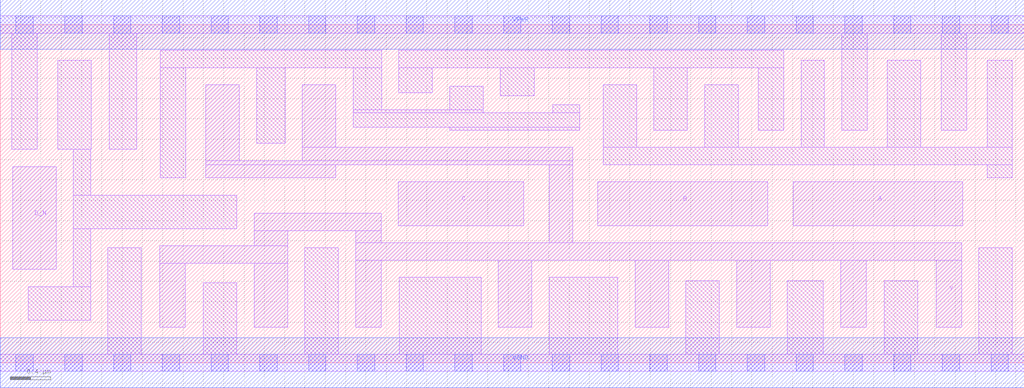
<source format=lef>
# Copyright 2020 The SkyWater PDK Authors
#
# Licensed under the Apache License, Version 2.0 (the "License");
# you may not use this file except in compliance with the License.
# You may obtain a copy of the License at
#
#     https://www.apache.org/licenses/LICENSE-2.0
#
# Unless required by applicable law or agreed to in writing, software
# distributed under the License is distributed on an "AS IS" BASIS,
# WITHOUT WARRANTIES OR CONDITIONS OF ANY KIND, either express or implied.
# See the License for the specific language governing permissions and
# limitations under the License.
#
# SPDX-License-Identifier: Apache-2.0

VERSION 5.7 ;
  NAMESCASESENSITIVE ON ;
  NOWIREEXTENSIONATPIN ON ;
  DIVIDERCHAR "/" ;
  BUSBITCHARS "[]" ;
UNITS
  DATABASE MICRONS 200 ;
END UNITS
MACRO sky130_fd_sc_hs__nor4b_4
  CLASS CORE ;
  SOURCE USER ;
  FOREIGN sky130_fd_sc_hs__nor4b_4 ;
  ORIGIN  0.000000  0.000000 ;
  SIZE  10.08000 BY  3.330000 ;
  SYMMETRY X Y ;
  SITE unit ;
  PIN A
    ANTENNAGATEAREA  1.116000 ;
    DIRECTION INPUT ;
    USE SIGNAL ;
    PORT
      LAYER li1 ;
        RECT 7.805000 1.350000 9.475000 1.780000 ;
    END
  END A
  PIN B
    ANTENNAGATEAREA  1.116000 ;
    DIRECTION INPUT ;
    USE SIGNAL ;
    PORT
      LAYER li1 ;
        RECT 5.885000 1.350000 7.555000 1.780000 ;
    END
  END B
  PIN C
    ANTENNAGATEAREA  1.116000 ;
    DIRECTION INPUT ;
    USE SIGNAL ;
    PORT
      LAYER li1 ;
        RECT 3.920000 1.350000 5.155000 1.780000 ;
    END
  END C
  PIN D_N
    ANTENNAGATEAREA  0.363000 ;
    DIRECTION INPUT ;
    USE SIGNAL ;
    PORT
      LAYER li1 ;
        RECT 0.125000 0.920000 0.550000 1.930000 ;
    END
  END D_N
  PIN Y
    ANTENNADIFFAREA  2.440600 ;
    DIRECTION OUTPUT ;
    USE SIGNAL ;
    PORT
      LAYER li1 ;
        RECT 1.570000 0.350000 1.820000 0.980000 ;
        RECT 1.570000 0.980000 2.830000 1.150000 ;
        RECT 2.025000 1.820000 3.305000 1.950000 ;
        RECT 2.025000 1.950000 5.635000 1.990000 ;
        RECT 2.025000 1.990000 2.355000 2.735000 ;
        RECT 2.500000 0.350000 2.830000 0.980000 ;
        RECT 2.500000 1.150000 2.830000 1.300000 ;
        RECT 2.500000 1.300000 3.750000 1.470000 ;
        RECT 2.975000 1.990000 5.635000 2.120000 ;
        RECT 2.975000 2.120000 3.305000 2.735000 ;
        RECT 3.500000 0.350000 3.750000 1.010000 ;
        RECT 3.500000 1.010000 9.465000 1.180000 ;
        RECT 3.500000 1.180000 3.750000 1.300000 ;
        RECT 4.905000 0.350000 5.235000 1.010000 ;
        RECT 5.405000 1.180000 5.635000 1.950000 ;
        RECT 6.250000 0.350000 6.580000 1.010000 ;
        RECT 7.250000 0.350000 7.580000 1.010000 ;
        RECT 8.275000 0.350000 8.525000 1.010000 ;
        RECT 9.215000 0.350000 9.465000 1.010000 ;
    END
  END Y
  PIN VGND
    DIRECTION INOUT ;
    USE GROUND ;
    PORT
      LAYER met1 ;
        RECT 0.000000 -0.245000 10.080000 0.245000 ;
    END
  END VGND
  PIN VPWR
    DIRECTION INOUT ;
    USE POWER ;
    PORT
      LAYER met1 ;
        RECT 0.000000 3.085000 10.080000 3.575000 ;
    END
  END VPWR
  OBS
    LAYER li1 ;
      RECT 0.000000 -0.085000 10.080000 0.085000 ;
      RECT 0.000000  3.245000 10.080000 3.415000 ;
      RECT 0.115000  2.100000  0.365000 3.245000 ;
      RECT 0.275000  0.420000  0.890000 0.750000 ;
      RECT 0.565000  2.100000  0.895000 2.980000 ;
      RECT 0.720000  0.750000  0.890000 1.320000 ;
      RECT 0.720000  1.320000  2.330000 1.650000 ;
      RECT 0.720000  1.650000  0.890000 2.100000 ;
      RECT 1.060000  0.085000  1.390000 1.130000 ;
      RECT 1.075000  2.100000  1.345000 3.245000 ;
      RECT 1.575000  1.820000  1.825000 2.905000 ;
      RECT 1.575000  2.905000  3.755000 3.075000 ;
      RECT 2.000000  0.085000  2.330000 0.790000 ;
      RECT 2.525000  2.160000  2.805000 2.905000 ;
      RECT 3.000000  0.085000  3.330000 1.130000 ;
      RECT 3.475000  2.320000  5.705000 2.460000 ;
      RECT 3.475000  2.460000  4.755000 2.490000 ;
      RECT 3.475000  2.490000  3.755000 2.905000 ;
      RECT 3.925000  2.660000  4.255000 2.905000 ;
      RECT 3.925000  2.905000  7.715000 3.075000 ;
      RECT 3.930000  0.085000  4.735000 0.840000 ;
      RECT 4.425000  2.290000  5.705000 2.320000 ;
      RECT 4.425000  2.490000  4.755000 2.720000 ;
      RECT 4.925000  2.630000  5.255000 2.905000 ;
      RECT 5.405000  0.085000  6.080000 0.840000 ;
      RECT 5.440000  2.460000  5.705000 2.540000 ;
      RECT 5.935000  1.950000  9.965000 2.120000 ;
      RECT 5.935000  2.120000  6.265000 2.735000 ;
      RECT 6.435000  2.290000  6.765000 2.905000 ;
      RECT 6.750000  0.085000  7.080000 0.805000 ;
      RECT 6.935000  2.120000  7.265000 2.735000 ;
      RECT 7.465000  2.290000  7.715000 2.905000 ;
      RECT 7.750000  0.085000  8.105000 0.805000 ;
      RECT 7.885000  2.120000  8.115000 2.980000 ;
      RECT 8.285000  2.290000  8.535000 3.245000 ;
      RECT 8.705000  0.085000  9.035000 0.805000 ;
      RECT 8.735000  2.120000  9.065000 2.980000 ;
      RECT 9.265000  2.290000  9.515000 3.245000 ;
      RECT 9.635000  0.085000  9.965000 1.130000 ;
      RECT 9.715000  1.820000  9.965000 1.950000 ;
      RECT 9.715000  2.120000  9.965000 2.980000 ;
    LAYER mcon ;
      RECT 0.155000 -0.085000 0.325000 0.085000 ;
      RECT 0.155000  3.245000 0.325000 3.415000 ;
      RECT 0.635000 -0.085000 0.805000 0.085000 ;
      RECT 0.635000  3.245000 0.805000 3.415000 ;
      RECT 1.115000 -0.085000 1.285000 0.085000 ;
      RECT 1.115000  3.245000 1.285000 3.415000 ;
      RECT 1.595000 -0.085000 1.765000 0.085000 ;
      RECT 1.595000  3.245000 1.765000 3.415000 ;
      RECT 2.075000 -0.085000 2.245000 0.085000 ;
      RECT 2.075000  3.245000 2.245000 3.415000 ;
      RECT 2.555000 -0.085000 2.725000 0.085000 ;
      RECT 2.555000  3.245000 2.725000 3.415000 ;
      RECT 3.035000 -0.085000 3.205000 0.085000 ;
      RECT 3.035000  3.245000 3.205000 3.415000 ;
      RECT 3.515000 -0.085000 3.685000 0.085000 ;
      RECT 3.515000  3.245000 3.685000 3.415000 ;
      RECT 3.995000 -0.085000 4.165000 0.085000 ;
      RECT 3.995000  3.245000 4.165000 3.415000 ;
      RECT 4.475000 -0.085000 4.645000 0.085000 ;
      RECT 4.475000  3.245000 4.645000 3.415000 ;
      RECT 4.955000 -0.085000 5.125000 0.085000 ;
      RECT 4.955000  3.245000 5.125000 3.415000 ;
      RECT 5.435000 -0.085000 5.605000 0.085000 ;
      RECT 5.435000  3.245000 5.605000 3.415000 ;
      RECT 5.915000 -0.085000 6.085000 0.085000 ;
      RECT 5.915000  3.245000 6.085000 3.415000 ;
      RECT 6.395000 -0.085000 6.565000 0.085000 ;
      RECT 6.395000  3.245000 6.565000 3.415000 ;
      RECT 6.875000 -0.085000 7.045000 0.085000 ;
      RECT 6.875000  3.245000 7.045000 3.415000 ;
      RECT 7.355000 -0.085000 7.525000 0.085000 ;
      RECT 7.355000  3.245000 7.525000 3.415000 ;
      RECT 7.835000 -0.085000 8.005000 0.085000 ;
      RECT 7.835000  3.245000 8.005000 3.415000 ;
      RECT 8.315000 -0.085000 8.485000 0.085000 ;
      RECT 8.315000  3.245000 8.485000 3.415000 ;
      RECT 8.795000 -0.085000 8.965000 0.085000 ;
      RECT 8.795000  3.245000 8.965000 3.415000 ;
      RECT 9.275000 -0.085000 9.445000 0.085000 ;
      RECT 9.275000  3.245000 9.445000 3.415000 ;
      RECT 9.755000 -0.085000 9.925000 0.085000 ;
      RECT 9.755000  3.245000 9.925000 3.415000 ;
  END
END sky130_fd_sc_hs__nor4b_4

</source>
